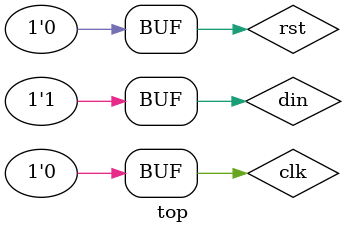
<source format=v>
`timescale 10ns/1ns
`include "mealy.v"
`include "moore.v"

module top;
  
  reg din, clk, rst;
  wire flag1, flag2;
  
  mealy m1(flag1, din, clk, rst);
  moore m2(flag2, din, clk, rst);
  
  initial
  begin
    din = 0;
    rst = 0;
    #3 rst = 1;
    #7 rst = 0;
  end
  
  initial
  begin
    clk = 0;
    repeat(40)
    begin
      #5 clk = ~clk;
    end
  end
  
  initial
  begin
    #10 din = 1;
    #10 din = 1;
    #10 din = 0;
    #10 din = 0;
    #10 din = 0;
    #10 din = 1;
    #10 din = 1;
    #10 din = 0;
    #10 din = 1;
    #10 din = 0;
    #10 din = 1;
    #10 din = 0;
    #10 din = 1;
    #10 din = 0;
    #10 din = 1;
    #10 din = 0;
    #10 din = 1;
    #10 din = 0;
    #10 din = 0;
    #10 din = 1;
  end
  
endmodule
</source>
